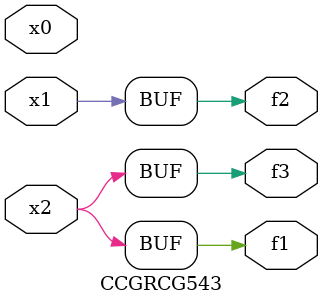
<source format=v>
module CCGRCG543(
	input x0, x1, x2,
	output f1, f2, f3
);
	assign f1 = x2;
	assign f2 = x1;
	assign f3 = x2;
endmodule

</source>
